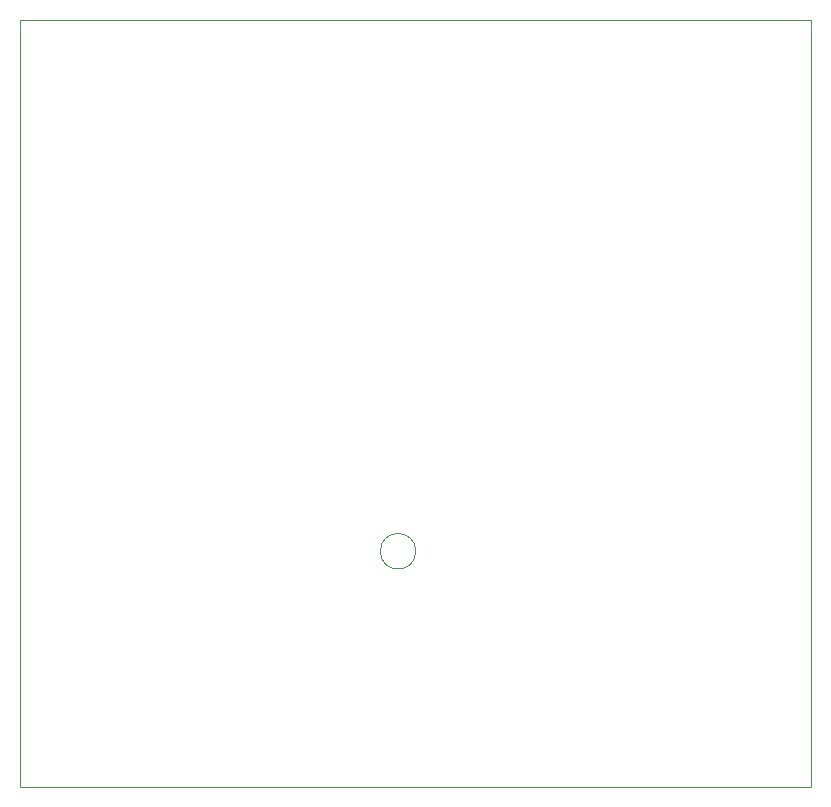
<source format=gbr>
%TF.GenerationSoftware,KiCad,Pcbnew,(5.1.6)-1*%
%TF.CreationDate,2020-09-18T13:43:39+05:30*%
%TF.ProjectId,PCB Electromagnet,50434220-456c-4656-9374-726f6d61676e,rev?*%
%TF.SameCoordinates,Original*%
%TF.FileFunction,Profile,NP*%
%FSLAX46Y46*%
G04 Gerber Fmt 4.6, Leading zero omitted, Abs format (unit mm)*
G04 Created by KiCad (PCBNEW (5.1.6)-1) date 2020-09-18 13:43:39*
%MOMM*%
%LPD*%
G01*
G04 APERTURE LIST*
%TA.AperFunction,Profile*%
%ADD10C,0.050000*%
%TD*%
G04 APERTURE END LIST*
D10*
X82500000Y-92000000D02*
G75*
G03*
X82500000Y-92000000I-1500000J0D01*
G01*
X49000000Y-112000000D02*
X49000000Y-47000000D01*
X116000000Y-112000000D02*
X49000000Y-112000000D01*
X116000000Y-47000000D02*
X116000000Y-112000000D01*
X49000000Y-47000000D02*
X116000000Y-47000000D01*
M02*

</source>
